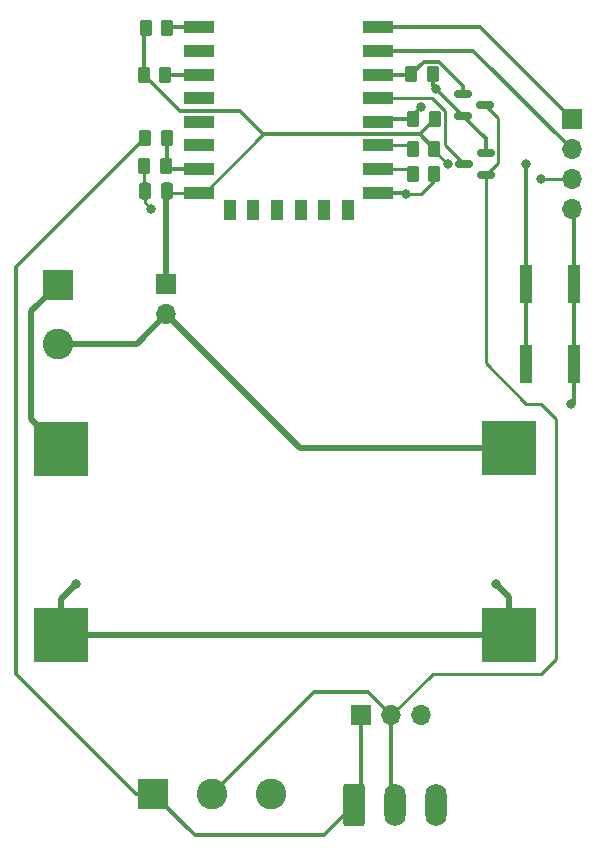
<source format=gtl>
%TF.GenerationSoftware,KiCad,Pcbnew,7.0.7*%
%TF.CreationDate,2023-11-08T05:52:14-07:00*%
%TF.ProjectId,RatGDO-OpenSource-Bare-ESP8266,52617447-444f-42d4-9f70-656e536f7572,rev?*%
%TF.SameCoordinates,Original*%
%TF.FileFunction,Copper,L1,Top*%
%TF.FilePolarity,Positive*%
%FSLAX46Y46*%
G04 Gerber Fmt 4.6, Leading zero omitted, Abs format (unit mm)*
G04 Created by KiCad (PCBNEW 7.0.7) date 2023-11-08 05:52:14*
%MOMM*%
%LPD*%
G01*
G04 APERTURE LIST*
G04 Aperture macros list*
%AMRoundRect*
0 Rectangle with rounded corners*
0 $1 Rounding radius*
0 $2 $3 $4 $5 $6 $7 $8 $9 X,Y pos of 4 corners*
0 Add a 4 corners polygon primitive as box body*
4,1,4,$2,$3,$4,$5,$6,$7,$8,$9,$2,$3,0*
0 Add four circle primitives for the rounded corners*
1,1,$1+$1,$2,$3*
1,1,$1+$1,$4,$5*
1,1,$1+$1,$6,$7*
1,1,$1+$1,$8,$9*
0 Add four rect primitives between the rounded corners*
20,1,$1+$1,$2,$3,$4,$5,0*
20,1,$1+$1,$4,$5,$6,$7,0*
20,1,$1+$1,$6,$7,$8,$9,0*
20,1,$1+$1,$8,$9,$2,$3,0*%
G04 Aperture macros list end*
%TA.AperFunction,ComponentPad*%
%ADD10R,1.700000X1.700000*%
%TD*%
%TA.AperFunction,ComponentPad*%
%ADD11O,1.700000X1.700000*%
%TD*%
%TA.AperFunction,SMDPad,CuDef*%
%ADD12RoundRect,0.250000X0.262500X0.450000X-0.262500X0.450000X-0.262500X-0.450000X0.262500X-0.450000X0*%
%TD*%
%TA.AperFunction,SMDPad,CuDef*%
%ADD13RoundRect,0.250000X-0.262500X-0.450000X0.262500X-0.450000X0.262500X0.450000X-0.262500X0.450000X0*%
%TD*%
%TA.AperFunction,SMDPad,CuDef*%
%ADD14R,2.500000X1.000000*%
%TD*%
%TA.AperFunction,SMDPad,CuDef*%
%ADD15R,1.000000X1.800000*%
%TD*%
%TA.AperFunction,SMDPad,CuDef*%
%ADD16RoundRect,0.150000X-0.587500X-0.150000X0.587500X-0.150000X0.587500X0.150000X-0.587500X0.150000X0*%
%TD*%
%TA.AperFunction,ComponentPad*%
%ADD17R,4.572000X4.572000*%
%TD*%
%TA.AperFunction,SMDPad,CuDef*%
%ADD18R,1.000000X3.200000*%
%TD*%
%TA.AperFunction,SMDPad,CuDef*%
%ADD19RoundRect,0.150000X0.587500X0.150000X-0.587500X0.150000X-0.587500X-0.150000X0.587500X-0.150000X0*%
%TD*%
%TA.AperFunction,ComponentPad*%
%ADD20RoundRect,0.250000X-0.650000X-1.550000X0.650000X-1.550000X0.650000X1.550000X-0.650000X1.550000X0*%
%TD*%
%TA.AperFunction,ComponentPad*%
%ADD21O,1.800000X3.600000*%
%TD*%
%TA.AperFunction,ComponentPad*%
%ADD22R,2.600000X2.600000*%
%TD*%
%TA.AperFunction,ComponentPad*%
%ADD23C,2.600000*%
%TD*%
%TA.AperFunction,SMDPad,CuDef*%
%ADD24RoundRect,0.250000X0.250000X0.475000X-0.250000X0.475000X-0.250000X-0.475000X0.250000X-0.475000X0*%
%TD*%
%TA.AperFunction,ViaPad*%
%ADD25C,0.800000*%
%TD*%
%TA.AperFunction,Conductor*%
%ADD26C,0.250000*%
%TD*%
%TA.AperFunction,Conductor*%
%ADD27C,0.350000*%
%TD*%
%TA.AperFunction,Conductor*%
%ADD28C,0.500000*%
%TD*%
G04 APERTURE END LIST*
D10*
%TO.P,J6,1,Pin_1*%
%TO.N,+3.3V*%
X130810000Y-87630000D03*
D11*
%TO.P,J6,2,Pin_2*%
%TO.N,Net-(J5-+3.3V)*%
X130810000Y-90170000D03*
%TD*%
D10*
%TO.P,J4,1,Pin_1*%
%TO.N,Net-(J4-Pin_1)*%
X165125000Y-73670000D03*
D11*
%TO.P,J4,2,Pin_2*%
%TO.N,Net-(J4-Pin_2)*%
X165125000Y-76210000D03*
%TO.P,J4,3,Pin_3*%
%TO.N,+3.3V*%
X165125000Y-78750000D03*
%TO.P,J4,4,Pin_4*%
%TO.N,GND*%
X165125000Y-81290000D03*
%TD*%
D12*
%TO.P,R3,1*%
%TO.N,GND*%
X153353688Y-69867106D03*
%TO.P,R3,2*%
%TO.N,Net-(Q2-G)*%
X151528688Y-69867106D03*
%TD*%
D13*
%TO.P,R5,1*%
%TO.N,Net-(U1-GPIO0)*%
X151706595Y-73664066D03*
%TO.P,R5,2*%
%TO.N,+3.3V*%
X153531595Y-73664066D03*
%TD*%
D14*
%TO.P,U1,1,~{RST}*%
%TO.N,Net-(U1-~{RST})*%
X133577159Y-65888892D03*
%TO.P,U1,2,ADC*%
%TO.N,unconnected-(U1-ADC-Pad2)*%
X133577159Y-67888892D03*
%TO.P,U1,3,EN*%
%TO.N,Net-(U1-EN)*%
X133577159Y-69888892D03*
%TO.P,U1,4,GPIO16*%
%TO.N,unconnected-(U1-GPIO16-Pad4)*%
X133577159Y-71888892D03*
%TO.P,U1,5,GPIO14*%
%TO.N,unconnected-(U1-GPIO14-Pad5)*%
X133577159Y-73888892D03*
%TO.P,U1,6,GPIO12*%
%TO.N,unconnected-(U1-GPIO12-Pad6)*%
X133577159Y-75888892D03*
%TO.P,U1,7,GPIO13*%
%TO.N,Net-(U1-GPIO13)*%
X133577159Y-77888892D03*
%TO.P,U1,8,VCC*%
%TO.N,+3.3V*%
X133577159Y-79888892D03*
D15*
%TO.P,U1,9,CS0*%
%TO.N,unconnected-(U1-CS0-Pad9)*%
X136177159Y-81388892D03*
%TO.P,U1,10,MISO*%
%TO.N,unconnected-(U1-MISO-Pad10)*%
X138177159Y-81388892D03*
%TO.P,U1,11,GPIO9*%
%TO.N,unconnected-(U1-GPIO9-Pad11)*%
X140177159Y-81388892D03*
%TO.P,U1,12,GPIO10*%
%TO.N,unconnected-(U1-GPIO10-Pad12)*%
X142177159Y-81388892D03*
%TO.P,U1,13,MOSI*%
%TO.N,unconnected-(U1-MOSI-Pad13)*%
X144177159Y-81388892D03*
%TO.P,U1,14,SCLK*%
%TO.N,unconnected-(U1-SCLK-Pad14)*%
X146177159Y-81388892D03*
D14*
%TO.P,U1,15,GND*%
%TO.N,GND*%
X148777159Y-79888892D03*
%TO.P,U1,16,GPIO15*%
%TO.N,Net-(U1-GPIO15)*%
X148777159Y-77888892D03*
%TO.P,U1,17,GPIO2*%
%TO.N,Net-(U1-GPIO2)*%
X148777159Y-75888892D03*
%TO.P,U1,18,GPIO0*%
%TO.N,Net-(U1-GPIO0)*%
X148777159Y-73888892D03*
%TO.P,U1,19,GPIO4*%
%TO.N,Net-(Q1-D)*%
X148777159Y-71888892D03*
%TO.P,U1,20,GPIO5*%
%TO.N,Net-(Q2-G)*%
X148777159Y-69888892D03*
%TO.P,U1,21,GPIO3/RXD*%
%TO.N,Net-(J4-Pin_2)*%
X148777159Y-67888892D03*
%TO.P,U1,22,GPIO1/TXD*%
%TO.N,Net-(J4-Pin_1)*%
X148777159Y-65888892D03*
%TD*%
D12*
%TO.P,R6,1*%
%TO.N,Net-(U1-EN)*%
X130740884Y-69930929D03*
%TO.P,R6,2*%
%TO.N,+3.3V*%
X128915884Y-69930929D03*
%TD*%
%TO.P,R4,1*%
%TO.N,GND*%
X153501331Y-78304980D03*
%TO.P,R4,2*%
%TO.N,Net-(U1-GPIO15)*%
X151676331Y-78304980D03*
%TD*%
D16*
%TO.P,Q2,1,G*%
%TO.N,Net-(Q2-G)*%
X155900697Y-71506955D03*
%TO.P,Q2,2,S*%
%TO.N,GND*%
X155900697Y-73406955D03*
%TO.P,Q2,3,D*%
%TO.N,Net-(J1-RED{slash}CTRL)*%
X157775697Y-72456955D03*
%TD*%
D17*
%TO.P,U2,1,+IN*%
%TO.N,+12V*%
X121920000Y-101600000D03*
%TO.P,U2,2,-IN*%
%TO.N,GND*%
X121920000Y-117348000D03*
%TO.P,U2,3,+OUT*%
%TO.N,Net-(J5-+3.3V)*%
X159802372Y-101531072D03*
%TO.P,U2,4,-OUT*%
%TO.N,GND*%
X159802372Y-117369206D03*
%TD*%
D10*
%TO.P,J3,1,Pin_1*%
%TO.N,Net-(J1-BLK{slash}OBST)*%
X147320000Y-124155000D03*
D11*
%TO.P,J3,2,Pin_2*%
%TO.N,Net-(J1-RED{slash}CTRL)*%
X149860000Y-124155000D03*
%TO.P,J3,3,Pin_3*%
%TO.N,GND*%
X152400000Y-124155000D03*
%TD*%
D18*
%TO.P,SW1,1,1*%
%TO.N,GND*%
X165290000Y-87630000D03*
X165290000Y-94430000D03*
%TO.P,SW1,2,2*%
%TO.N,Net-(U1-GPIO0)*%
X161290000Y-87630000D03*
X161290000Y-94430000D03*
%TD*%
D19*
%TO.P,Q1,1,G*%
%TO.N,Net-(J1-RED{slash}CTRL)*%
X157853002Y-78420000D03*
%TO.P,Q1,2,S*%
%TO.N,GND*%
X157853002Y-76520000D03*
%TO.P,Q1,3,D*%
%TO.N,Net-(Q1-D)*%
X155978002Y-77470000D03*
%TD*%
D20*
%TO.P,J2,1,Pin_1*%
%TO.N,Net-(J1-BLK{slash}OBST)*%
X146670000Y-131775000D03*
D21*
%TO.P,J2,2,Pin_2*%
%TO.N,Net-(J1-RED{slash}CTRL)*%
X150170000Y-131775000D03*
%TO.P,J2,3,Pin_3*%
%TO.N,GND*%
X153670000Y-131775000D03*
%TD*%
D13*
%TO.P,R8,1*%
%TO.N,Net-(U1-GPIO2)*%
X151684769Y-76173013D03*
%TO.P,R8,2*%
%TO.N,+3.3V*%
X153509769Y-76173013D03*
%TD*%
D22*
%TO.P,J1,1,BLK/OBST*%
%TO.N,Net-(J1-BLK{slash}OBST)*%
X129700000Y-130810000D03*
D23*
%TO.P,J1,2,RED/CTRL*%
%TO.N,Net-(J1-RED{slash}CTRL)*%
X134700000Y-130810000D03*
%TO.P,J1,3,WHT/GND*%
%TO.N,GND*%
X139700000Y-130810000D03*
%TD*%
D22*
%TO.P,J5,1,+12V*%
%TO.N,+12V*%
X121615000Y-87670000D03*
D23*
%TO.P,J5,2,+3.3V*%
%TO.N,Net-(J5-+3.3V)*%
X121615000Y-92670000D03*
%TD*%
D12*
%TO.P,R2,1*%
%TO.N,Net-(U1-GPIO13)*%
X130783272Y-77596706D03*
%TO.P,R2,2*%
%TO.N,GND*%
X128958272Y-77596706D03*
%TD*%
%TO.P,R7,1*%
%TO.N,Net-(U1-~{RST})*%
X130906778Y-65980249D03*
%TO.P,R7,2*%
%TO.N,+3.3V*%
X129081778Y-65980249D03*
%TD*%
D13*
%TO.P,R1,1*%
%TO.N,Net-(J1-BLK{slash}OBST)*%
X129042031Y-75251434D03*
%TO.P,R1,2*%
%TO.N,Net-(U1-GPIO13)*%
X130867031Y-75251434D03*
%TD*%
D24*
%TO.P,C1,1*%
%TO.N,+3.3V*%
X130868589Y-79742136D03*
%TO.P,C1,2*%
%TO.N,GND*%
X128968589Y-79742136D03*
%TD*%
D25*
%TO.N,+3.3V*%
X162560000Y-78740000D03*
X154641002Y-77470000D03*
%TO.N,Net-(U1-GPIO0)*%
X161290000Y-77470000D03*
X152400000Y-72613392D03*
%TO.N,GND*%
X123190000Y-113030000D03*
X158750000Y-113030000D03*
X153641871Y-71148129D03*
X129540000Y-81280000D03*
X151130000Y-80010000D03*
X165100000Y-97790000D03*
%TD*%
D26*
%TO.N,Net-(Q1-D)*%
X154369095Y-75861093D02*
X155978002Y-77470000D01*
X154369095Y-72975893D02*
X154369095Y-75861093D01*
X153282094Y-71888892D02*
X154369095Y-72975893D01*
X148777159Y-71888892D02*
X153282094Y-71888892D01*
%TO.N,+3.3V*%
X162570000Y-78750000D02*
X165125000Y-78750000D01*
X162560000Y-78740000D02*
X162570000Y-78750000D01*
X153509769Y-76338767D02*
X154641002Y-77470000D01*
X153509769Y-76173013D02*
X153509769Y-76338767D01*
D27*
%TO.N,Net-(U1-GPIO0)*%
X149001985Y-73664066D02*
X148777159Y-73888892D01*
X151706595Y-73664066D02*
X149001985Y-73664066D01*
X161290000Y-77470000D02*
X161290000Y-87630000D01*
X151706595Y-73306797D02*
X152400000Y-72613392D01*
X151706595Y-73664066D02*
X151706595Y-73306797D01*
%TO.N,+3.3V*%
X152266756Y-74930000D02*
X153509769Y-76173013D01*
X152265661Y-74930000D02*
X152266756Y-74930000D01*
D26*
X133577159Y-79888892D02*
X134060765Y-79888892D01*
X134060765Y-79888892D02*
X139019657Y-74930000D01*
D27*
X152265661Y-74930000D02*
X153531595Y-73664066D01*
X139019657Y-74930000D02*
X152265661Y-74930000D01*
X137061390Y-72971733D02*
X139019657Y-74930000D01*
D28*
%TO.N,GND*%
X121920000Y-114300000D02*
X123190000Y-113030000D01*
X121920000Y-117348000D02*
X121920000Y-114300000D01*
X159802372Y-114082372D02*
X158750000Y-113030000D01*
X159802372Y-117369206D02*
X159802372Y-114082372D01*
X159781166Y-117348000D02*
X159802372Y-117369206D01*
X121920000Y-117348000D02*
X159781166Y-117348000D01*
D27*
%TO.N,Net-(Q2-G)*%
X152603688Y-68792106D02*
X153875071Y-68792106D01*
X155900697Y-70817732D02*
X155900697Y-71506955D01*
X153875071Y-68792106D02*
X155900697Y-70817732D01*
X151528688Y-69867106D02*
X152603688Y-68792106D01*
X151506902Y-69888892D02*
X148777159Y-69888892D01*
X151528688Y-69867106D02*
X151506902Y-69888892D01*
D26*
%TO.N,+3.3V*%
X131015345Y-79888892D02*
X133577159Y-79888892D01*
X153509769Y-76173013D02*
X153509769Y-75994228D01*
X153501992Y-74038197D02*
X153501992Y-74141333D01*
D28*
X130810000Y-79800725D02*
X130868589Y-79742136D01*
D27*
X131956688Y-72971733D02*
X137061390Y-72971733D01*
X128915884Y-66146143D02*
X129081778Y-65980249D01*
D28*
X130810000Y-87630000D02*
X130810000Y-79800725D01*
D26*
X130868589Y-79742136D02*
X131015345Y-79888892D01*
D27*
X133577159Y-79888892D02*
X134327159Y-79888892D01*
X128915884Y-69930929D02*
X131956688Y-72971733D01*
X130778892Y-79816338D02*
X130851446Y-79888892D01*
X128915884Y-69930929D02*
X128915884Y-66146143D01*
%TO.N,GND*%
X165290000Y-94430000D02*
X165290000Y-97600000D01*
D26*
X153501331Y-78304980D02*
X153501331Y-78908669D01*
X153501331Y-78908669D02*
X152400000Y-80010000D01*
D27*
X153353688Y-69867106D02*
X153353688Y-70859946D01*
X155900697Y-73406955D02*
X155956955Y-73406955D01*
X157853002Y-75303002D02*
X157480000Y-74930000D01*
X153641871Y-71148129D02*
X155900697Y-73406955D01*
X151008892Y-79888892D02*
X151130000Y-80010000D01*
D26*
X128968589Y-79742136D02*
X128968589Y-80708589D01*
D27*
X148777159Y-79888892D02*
X151008892Y-79888892D01*
X153353688Y-70859946D02*
X153641871Y-71148129D01*
X165290000Y-81455000D02*
X165125000Y-81290000D01*
X165290000Y-94430000D02*
X165290000Y-87630000D01*
X155956955Y-73406955D02*
X157480000Y-74930000D01*
X165290000Y-97600000D02*
X165100000Y-97790000D01*
X165290000Y-87630000D02*
X165290000Y-81455000D01*
X128958272Y-79736958D02*
X128878892Y-79816338D01*
D26*
X128958272Y-77596706D02*
X128958272Y-79731819D01*
D27*
X157853002Y-76520000D02*
X157853002Y-75303002D01*
D26*
X128958272Y-79731819D02*
X128968589Y-79742136D01*
X152400000Y-80010000D02*
X151130000Y-80010000D01*
D27*
X153391718Y-77929521D02*
X153210479Y-77929521D01*
D26*
X128968589Y-80708589D02*
X129540000Y-81280000D01*
D27*
%TO.N,Net-(U1-GPIO13)*%
X131075458Y-77888892D02*
X133577159Y-77888892D01*
X130783272Y-77596706D02*
X131075458Y-77888892D01*
X130867031Y-77512947D02*
X130783272Y-77596706D01*
X130867031Y-75251434D02*
X130867031Y-77512947D01*
%TO.N,Net-(U1-GPIO15)*%
X151566718Y-77929521D02*
X151526089Y-77888892D01*
D26*
X151260243Y-77888892D02*
X148777159Y-77888892D01*
X151676331Y-78304980D02*
X151260243Y-77888892D01*
D27*
%TO.N,Net-(U1-EN)*%
X130740884Y-69930929D02*
X130906778Y-69765035D01*
X130740884Y-69930929D02*
X130782921Y-69888892D01*
X130782921Y-69888892D02*
X133577159Y-69888892D01*
%TO.N,Net-(J4-Pin_1)*%
X157343892Y-65888892D02*
X148777159Y-65888892D01*
X165125000Y-73670000D02*
X157343892Y-65888892D01*
%TO.N,Net-(J4-Pin_2)*%
X165125000Y-76210000D02*
X156803892Y-67888892D01*
X156803892Y-67888892D02*
X148777159Y-67888892D01*
%TO.N,Net-(U1-GPIO0)*%
X161290000Y-87630000D02*
X161290000Y-94430000D01*
X151676992Y-74038197D02*
X151527687Y-73888892D01*
%TO.N,Net-(U1-~{RST})*%
X130906778Y-65980249D02*
X130998135Y-65888892D01*
X130998135Y-65888892D02*
X133577159Y-65888892D01*
%TO.N,Net-(J1-BLK{slash}OBST)*%
X128270000Y-130810000D02*
X118110000Y-120650000D01*
X118110000Y-86183465D02*
X129042031Y-75251434D01*
X129700000Y-130810000D02*
X128270000Y-130810000D01*
X118110000Y-120650000D02*
X118110000Y-86183465D01*
X146670000Y-131775000D02*
X147320000Y-131125000D01*
X147320000Y-131125000D02*
X147320000Y-124155000D01*
X133205000Y-134315000D02*
X144130000Y-134315000D01*
X144130000Y-134315000D02*
X146670000Y-131775000D01*
X129700000Y-130810000D02*
X133205000Y-134315000D01*
D26*
%TO.N,Net-(J1-RED{slash}CTRL)*%
X157775697Y-72456955D02*
X158915502Y-73596760D01*
X163830000Y-99060000D02*
X163830000Y-119380000D01*
D27*
X134700000Y-130810000D02*
X143354903Y-122155097D01*
D26*
X158915502Y-73596760D02*
X158915502Y-77357500D01*
X153365000Y-120650000D02*
X149860000Y-124155000D01*
D27*
X149860000Y-131465000D02*
X150170000Y-131775000D01*
D26*
X157853002Y-78420000D02*
X157853002Y-94353002D01*
D27*
X147860097Y-122155097D02*
X149860000Y-124155000D01*
D26*
X163830000Y-119380000D02*
X162560000Y-120650000D01*
X162560000Y-120650000D02*
X153365000Y-120650000D01*
X157853002Y-94353002D02*
X161290000Y-97790000D01*
X161290000Y-97790000D02*
X162560000Y-97790000D01*
X158915502Y-77357500D02*
X157853002Y-78420000D01*
X162560000Y-97790000D02*
X163830000Y-99060000D01*
D27*
X149860000Y-124155000D02*
X149860000Y-131465000D01*
X143354903Y-122155097D02*
X147860097Y-122155097D01*
D26*
%TO.N,Net-(U1-GPIO2)*%
X151662838Y-75972297D02*
X151579433Y-75888892D01*
X151684769Y-76173013D02*
X151400648Y-75888892D01*
X151400648Y-75888892D02*
X148777159Y-75888892D01*
D28*
%TO.N,+12V*%
X121920000Y-101600000D02*
X119380000Y-99060000D01*
X119380000Y-99060000D02*
X119380000Y-89905000D01*
X119380000Y-89905000D02*
X121615000Y-87670000D01*
%TO.N,Net-(J5-+3.3V)*%
X142171072Y-101531072D02*
X130810000Y-90170000D01*
X121615000Y-92670000D02*
X128310000Y-92670000D01*
X128310000Y-92670000D02*
X130810000Y-90170000D01*
X159802372Y-101531072D02*
X142171072Y-101531072D01*
%TD*%
M02*

</source>
